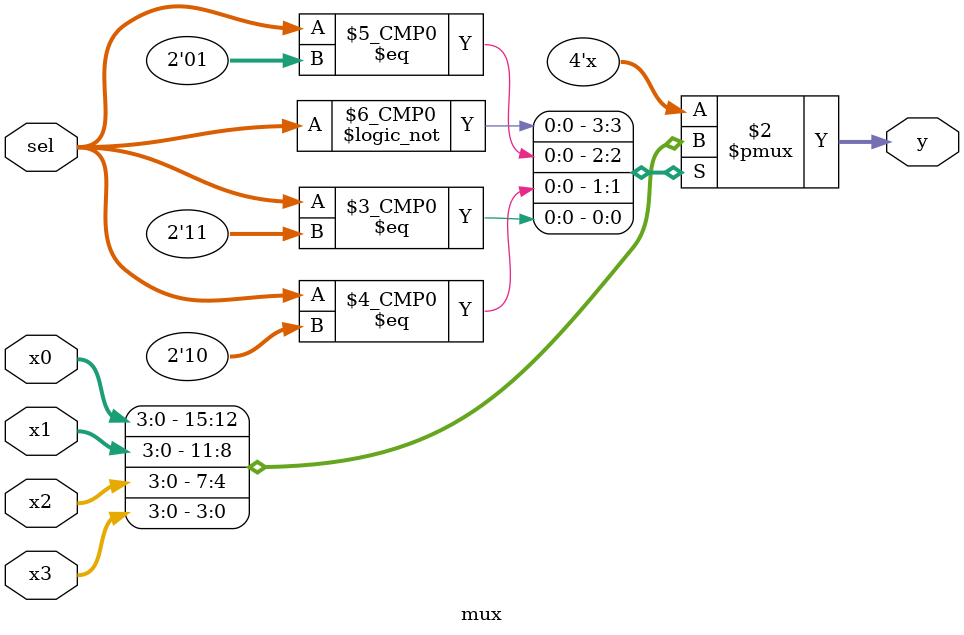
<source format=v>
`timescale 1ns / 1ps

module mux (
    input [1:0] sel,
    input [3:0] x0,
    input [3:0] x1,
    input [3:0] x2,
    input [3:0] x3,
    output reg [3:0] y
);
    always @(*) begin
        case (sel)
            2'b00:   y = x0;
            2'b01:   y = x1;
            2'b10:   y = x2;
            2'b11:   y = x3;
            default: y = x0;
        endcase
    end

endmodule

</source>
